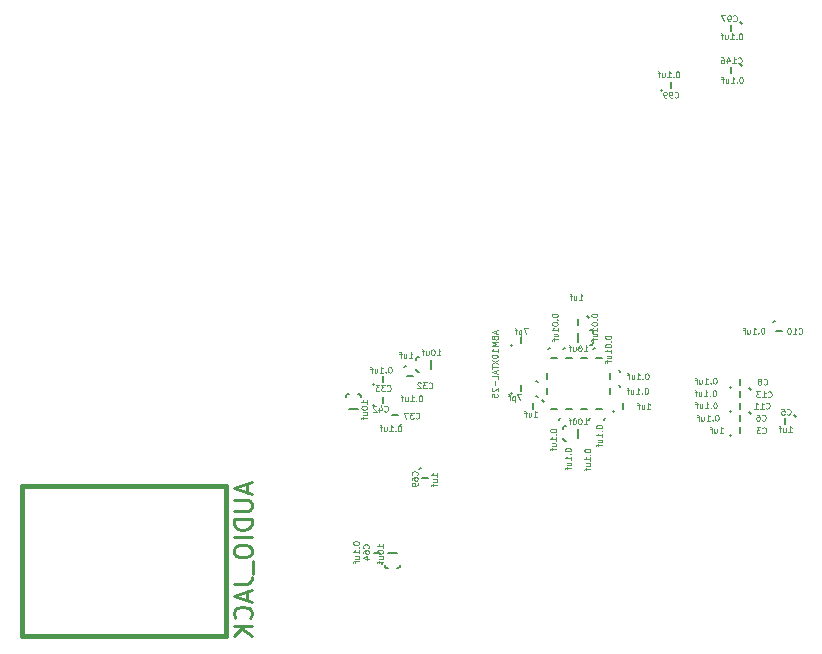
<source format=gbo>
G04 (created by PCBNEW-RS274X (2010-03-14)-final) date Tue 01 Feb 2011 02:56:59 PM EST*
G01*
G70*
G90*
%MOIN*%
G04 Gerber Fmt 3.4, Leading zero omitted, Abs format*
%FSLAX34Y34*%
G04 APERTURE LIST*
%ADD10C,0.001000*%
%ADD11C,0.005000*%
%ADD12C,0.015000*%
%ADD13C,0.003300*%
%ADD14C,0.010000*%
G04 APERTURE END LIST*
G54D10*
G54D11*
X00650Y-15850D02*
X00700Y-15800D01*
X00400Y-15500D02*
X00600Y-15500D01*
X01950Y-12650D02*
X01900Y-12700D01*
X02200Y-13000D02*
X02000Y-13000D01*
X12650Y02150D02*
X12600Y02200D01*
X12300Y01900D02*
X12300Y02100D01*
X09950Y-00050D02*
X10000Y-00100D01*
X10300Y00200D02*
X10300Y00000D01*
X06750Y-08650D02*
X06700Y-08700D01*
X07000Y-09000D02*
X06800Y-09000D01*
X05800Y-09750D02*
X05850Y-09800D01*
X06150Y-09500D02*
X06150Y-09700D01*
X07550Y-07650D02*
X07500Y-07600D01*
X07200Y-07900D02*
X07200Y-07700D01*
X01450Y-09250D02*
X01400Y-09300D01*
X01700Y-09600D02*
X01500Y-09600D01*
X01250Y-11250D02*
X01300Y-11200D01*
X01000Y-10900D02*
X01200Y-10900D01*
X00350Y-09850D02*
X00400Y-09900D01*
X00700Y-09600D02*
X00700Y-09800D01*
X12250Y-09950D02*
X12300Y-10000D01*
X12600Y-09700D02*
X12600Y-09900D01*
X12950Y-10850D02*
X12900Y-10800D01*
X12600Y-11100D02*
X12600Y-10900D01*
X14450Y-10950D02*
X14400Y-10900D01*
X14100Y-11200D02*
X14100Y-11000D01*
X12250Y-11550D02*
X12300Y-11600D01*
X12600Y-11300D02*
X12600Y-11500D01*
X13750Y-07750D02*
X13700Y-07800D01*
X14000Y-08100D02*
X13800Y-08100D01*
X12250Y-10750D02*
X12300Y-10800D01*
X12600Y-10500D02*
X12600Y-10700D01*
X04950Y-10150D02*
X05000Y-10200D01*
X05300Y-09900D02*
X05300Y-10100D01*
X04950Y-08550D02*
X05000Y-08600D01*
X05300Y-08300D02*
X05300Y-08500D01*
X00350Y-10550D02*
X00400Y-10600D01*
X00700Y-10300D02*
X00700Y-10500D01*
X07250Y-08650D02*
X07200Y-08700D01*
X07500Y-09000D02*
X07300Y-09000D01*
X07750Y-08650D02*
X07700Y-08700D01*
X08000Y-09000D02*
X07800Y-09000D01*
X06250Y-08650D02*
X06200Y-08700D01*
X06500Y-09000D02*
X06300Y-09000D01*
X08050Y-11050D02*
X08100Y-11000D01*
X07800Y-10700D02*
X08000Y-10700D01*
X08350Y-10750D02*
X08400Y-10800D01*
X08700Y-10500D02*
X08700Y-10700D01*
X06050Y-10450D02*
X06000Y-10400D01*
X05700Y-10700D02*
X05700Y-10500D01*
X07550Y-11050D02*
X07600Y-11000D01*
X07300Y-10700D02*
X07500Y-10700D01*
X07050Y-11050D02*
X07100Y-11000D01*
X06800Y-10700D02*
X07000Y-10700D01*
X06550Y-11050D02*
X06600Y-11000D01*
X06300Y-10700D02*
X06500Y-10700D01*
X08600Y-09950D02*
X08550Y-09900D01*
X08250Y-10200D02*
X08250Y-10000D01*
X05800Y-10250D02*
X05850Y-10300D01*
X06150Y-10000D02*
X06150Y-10200D01*
X12950Y-10050D02*
X12900Y-10000D01*
X12600Y-10300D02*
X12600Y-10100D01*
X08600Y-09450D02*
X08550Y-09400D01*
X08250Y-09700D02*
X08250Y-09500D01*
X00850Y-16000D02*
X00800Y-16000D01*
X00800Y-16000D02*
X00750Y-15950D01*
X00750Y-15950D02*
X00750Y-15900D01*
X01250Y-15900D02*
X01250Y-15950D01*
X01250Y-15950D02*
X01200Y-16000D01*
X01200Y-16000D02*
X01150Y-16000D01*
X01150Y-15500D02*
X00850Y-15500D01*
X07700Y-08450D02*
X07700Y-08500D01*
X07700Y-08500D02*
X07650Y-08550D01*
X07650Y-08550D02*
X07600Y-08550D01*
X07600Y-08050D02*
X07650Y-08050D01*
X07650Y-08050D02*
X07700Y-08100D01*
X07700Y-08100D02*
X07700Y-08150D01*
X07200Y-08150D02*
X07200Y-08450D01*
X01800Y-09050D02*
X01800Y-09000D01*
X01800Y-09000D02*
X01850Y-08950D01*
X01850Y-08950D02*
X01900Y-08950D01*
X01900Y-09450D02*
X01850Y-09450D01*
X01850Y-09450D02*
X01800Y-09400D01*
X01800Y-09400D02*
X01800Y-09350D01*
X02300Y-09350D02*
X02300Y-09050D01*
X-00150Y-10200D02*
X-00100Y-10200D01*
X-00100Y-10200D02*
X-00050Y-10250D01*
X-00050Y-10250D02*
X-00050Y-10300D01*
X-00550Y-10300D02*
X-00550Y-10250D01*
X-00550Y-10250D02*
X-00500Y-10200D01*
X-00500Y-10200D02*
X-00450Y-10200D01*
X-00450Y-10700D02*
X-00150Y-10700D01*
X06700Y-11350D02*
X06700Y-11300D01*
X06700Y-11300D02*
X06750Y-11250D01*
X06750Y-11250D02*
X06800Y-11250D01*
X06800Y-11750D02*
X06750Y-11750D01*
X06750Y-11750D02*
X06700Y-11700D01*
X06700Y-11700D02*
X06700Y-11650D01*
X07200Y-11650D02*
X07200Y-11350D01*
G54D12*
X-11349Y-15859D02*
X-11349Y-18259D01*
X-11349Y-18259D02*
X-04549Y-18259D01*
X-04549Y-18259D02*
X-04549Y-13259D01*
X-04549Y-13259D02*
X-11349Y-13259D01*
X-11349Y-13259D02*
X-11349Y-15859D01*
G54D11*
X12650Y00750D02*
X12600Y00800D01*
X12300Y00500D02*
X12300Y00700D01*
G54D13*
X00205Y-15325D02*
X00214Y-15315D01*
X00224Y-15287D01*
X00224Y-15268D01*
X00214Y-15239D01*
X00195Y-15220D01*
X00176Y-15211D01*
X00138Y-15201D01*
X00110Y-15201D01*
X00072Y-15211D01*
X00053Y-15220D01*
X00033Y-15239D01*
X00024Y-15268D01*
X00024Y-15287D01*
X00033Y-15315D01*
X00043Y-15325D01*
X00024Y-15496D02*
X00024Y-15458D01*
X00033Y-15439D01*
X00043Y-15430D01*
X00072Y-15411D01*
X00110Y-15401D01*
X00186Y-15401D01*
X00205Y-15411D01*
X00214Y-15420D01*
X00224Y-15439D01*
X00224Y-15477D01*
X00214Y-15496D01*
X00205Y-15506D01*
X00186Y-15515D01*
X00138Y-15515D01*
X00119Y-15506D01*
X00110Y-15496D01*
X00100Y-15477D01*
X00100Y-15439D01*
X00110Y-15420D01*
X00119Y-15411D01*
X00138Y-15401D01*
X00091Y-15686D02*
X00224Y-15686D01*
X00014Y-15639D02*
X00157Y-15591D01*
X00157Y-15715D01*
X-00308Y-15149D02*
X-00308Y-15168D01*
X-00299Y-15187D01*
X-00289Y-15196D01*
X-00270Y-15206D01*
X-00232Y-15215D01*
X-00184Y-15215D01*
X-00146Y-15206D01*
X-00127Y-15196D01*
X-00118Y-15187D01*
X-00108Y-15168D01*
X-00108Y-15149D01*
X-00118Y-15130D01*
X-00127Y-15120D01*
X-00146Y-15111D01*
X-00184Y-15101D01*
X-00232Y-15101D01*
X-00270Y-15111D01*
X-00289Y-15120D01*
X-00299Y-15130D01*
X-00308Y-15149D01*
X-00127Y-15301D02*
X-00118Y-15310D01*
X-00108Y-15301D01*
X-00118Y-15291D01*
X-00127Y-15301D01*
X-00108Y-15301D01*
X-00108Y-15500D02*
X-00108Y-15386D01*
X-00108Y-15443D02*
X-00308Y-15443D01*
X-00279Y-15424D01*
X-00260Y-15405D01*
X-00251Y-15386D01*
X-00241Y-15671D02*
X-00108Y-15671D01*
X-00241Y-15586D02*
X-00137Y-15586D01*
X-00118Y-15595D01*
X-00108Y-15614D01*
X-00108Y-15643D01*
X-00118Y-15662D01*
X-00127Y-15671D01*
X-00241Y-15738D02*
X-00241Y-15814D01*
X-00108Y-15767D02*
X-00279Y-15767D01*
X-00299Y-15776D01*
X-00308Y-15795D01*
X-00308Y-15814D01*
X01826Y-12885D02*
X01835Y-12875D01*
X01845Y-12847D01*
X01845Y-12828D01*
X01835Y-12799D01*
X01816Y-12780D01*
X01797Y-12771D01*
X01759Y-12761D01*
X01731Y-12761D01*
X01693Y-12771D01*
X01674Y-12780D01*
X01654Y-12799D01*
X01645Y-12828D01*
X01645Y-12847D01*
X01654Y-12875D01*
X01664Y-12885D01*
X01645Y-13056D02*
X01645Y-13018D01*
X01654Y-12999D01*
X01664Y-12990D01*
X01693Y-12971D01*
X01731Y-12961D01*
X01807Y-12961D01*
X01826Y-12971D01*
X01835Y-12980D01*
X01845Y-12999D01*
X01845Y-13037D01*
X01835Y-13056D01*
X01826Y-13066D01*
X01807Y-13075D01*
X01759Y-13075D01*
X01740Y-13066D01*
X01731Y-13056D01*
X01721Y-13037D01*
X01721Y-12999D01*
X01731Y-12980D01*
X01740Y-12971D01*
X01759Y-12961D01*
X01845Y-13170D02*
X01845Y-13208D01*
X01835Y-13227D01*
X01826Y-13237D01*
X01797Y-13256D01*
X01759Y-13265D01*
X01683Y-13265D01*
X01664Y-13256D01*
X01654Y-13246D01*
X01645Y-13227D01*
X01645Y-13189D01*
X01654Y-13170D01*
X01664Y-13161D01*
X01683Y-13151D01*
X01731Y-13151D01*
X01750Y-13161D01*
X01759Y-13170D01*
X01769Y-13189D01*
X01769Y-13227D01*
X01759Y-13246D01*
X01750Y-13256D01*
X01731Y-13265D01*
X02492Y-12942D02*
X02492Y-12828D01*
X02492Y-12885D02*
X02292Y-12885D01*
X02321Y-12866D01*
X02340Y-12847D01*
X02349Y-12828D01*
X02359Y-13113D02*
X02492Y-13113D01*
X02359Y-13028D02*
X02463Y-13028D01*
X02482Y-13037D01*
X02492Y-13056D01*
X02492Y-13085D01*
X02482Y-13104D01*
X02473Y-13113D01*
X02359Y-13180D02*
X02359Y-13256D01*
X02492Y-13209D02*
X02321Y-13209D01*
X02301Y-13218D01*
X02292Y-13237D01*
X02292Y-13256D01*
X12362Y02249D02*
X12372Y02240D01*
X12400Y02230D01*
X12419Y02230D01*
X12448Y02240D01*
X12467Y02259D01*
X12476Y02278D01*
X12486Y02316D01*
X12486Y02344D01*
X12476Y02382D01*
X12467Y02401D01*
X12448Y02421D01*
X12419Y02430D01*
X12400Y02430D01*
X12372Y02421D01*
X12362Y02411D01*
X12267Y02230D02*
X12229Y02230D01*
X12210Y02240D01*
X12200Y02249D01*
X12181Y02278D01*
X12172Y02316D01*
X12172Y02392D01*
X12181Y02411D01*
X12191Y02421D01*
X12210Y02430D01*
X12248Y02430D01*
X12267Y02421D01*
X12276Y02411D01*
X12286Y02392D01*
X12286Y02344D01*
X12276Y02325D01*
X12267Y02316D01*
X12248Y02306D01*
X12210Y02306D01*
X12191Y02316D01*
X12181Y02325D01*
X12172Y02344D01*
X12105Y02430D02*
X11972Y02430D01*
X12058Y02230D01*
X12615Y01837D02*
X12596Y01837D01*
X12577Y01828D01*
X12568Y01818D01*
X12558Y01799D01*
X12549Y01761D01*
X12549Y01713D01*
X12558Y01675D01*
X12568Y01656D01*
X12577Y01647D01*
X12596Y01637D01*
X12615Y01637D01*
X12634Y01647D01*
X12644Y01656D01*
X12653Y01675D01*
X12663Y01713D01*
X12663Y01761D01*
X12653Y01799D01*
X12644Y01818D01*
X12634Y01828D01*
X12615Y01837D01*
X12463Y01656D02*
X12454Y01647D01*
X12463Y01637D01*
X12473Y01647D01*
X12463Y01656D01*
X12463Y01637D01*
X12264Y01637D02*
X12378Y01637D01*
X12321Y01637D02*
X12321Y01837D01*
X12340Y01808D01*
X12359Y01789D01*
X12378Y01780D01*
X12093Y01770D02*
X12093Y01637D01*
X12178Y01770D02*
X12178Y01666D01*
X12169Y01647D01*
X12150Y01637D01*
X12121Y01637D01*
X12102Y01647D01*
X12093Y01656D01*
X12026Y01770D02*
X11950Y01770D01*
X11997Y01637D02*
X11997Y01808D01*
X11988Y01828D01*
X11969Y01837D01*
X11950Y01837D01*
X10412Y-00293D02*
X10422Y-00302D01*
X10450Y-00312D01*
X10469Y-00312D01*
X10498Y-00302D01*
X10517Y-00283D01*
X10526Y-00264D01*
X10536Y-00226D01*
X10536Y-00198D01*
X10526Y-00160D01*
X10517Y-00141D01*
X10498Y-00121D01*
X10469Y-00112D01*
X10450Y-00112D01*
X10422Y-00121D01*
X10412Y-00131D01*
X10317Y-00312D02*
X10279Y-00312D01*
X10260Y-00302D01*
X10250Y-00293D01*
X10231Y-00264D01*
X10222Y-00226D01*
X10222Y-00150D01*
X10231Y-00131D01*
X10241Y-00121D01*
X10260Y-00112D01*
X10298Y-00112D01*
X10317Y-00121D01*
X10326Y-00131D01*
X10336Y-00150D01*
X10336Y-00198D01*
X10326Y-00217D01*
X10317Y-00226D01*
X10298Y-00236D01*
X10260Y-00236D01*
X10241Y-00226D01*
X10231Y-00217D01*
X10222Y-00198D01*
X10127Y-00312D02*
X10089Y-00312D01*
X10070Y-00302D01*
X10060Y-00293D01*
X10041Y-00264D01*
X10032Y-00226D01*
X10032Y-00150D01*
X10041Y-00131D01*
X10051Y-00121D01*
X10070Y-00112D01*
X10108Y-00112D01*
X10127Y-00121D01*
X10136Y-00131D01*
X10146Y-00150D01*
X10146Y-00198D01*
X10136Y-00217D01*
X10127Y-00226D01*
X10108Y-00236D01*
X10070Y-00236D01*
X10051Y-00226D01*
X10041Y-00217D01*
X10032Y-00198D01*
X10515Y00569D02*
X10496Y00569D01*
X10477Y00560D01*
X10468Y00550D01*
X10458Y00531D01*
X10449Y00493D01*
X10449Y00445D01*
X10458Y00407D01*
X10468Y00388D01*
X10477Y00379D01*
X10496Y00369D01*
X10515Y00369D01*
X10534Y00379D01*
X10544Y00388D01*
X10553Y00407D01*
X10563Y00445D01*
X10563Y00493D01*
X10553Y00531D01*
X10544Y00550D01*
X10534Y00560D01*
X10515Y00569D01*
X10363Y00388D02*
X10354Y00379D01*
X10363Y00369D01*
X10373Y00379D01*
X10363Y00388D01*
X10363Y00369D01*
X10164Y00369D02*
X10278Y00369D01*
X10221Y00369D02*
X10221Y00569D01*
X10240Y00540D01*
X10259Y00521D01*
X10278Y00512D01*
X09993Y00502D02*
X09993Y00369D01*
X10078Y00502D02*
X10078Y00398D01*
X10069Y00379D01*
X10050Y00369D01*
X10021Y00369D01*
X10002Y00379D01*
X09993Y00388D01*
X09926Y00502D02*
X09850Y00502D01*
X09897Y00369D02*
X09897Y00540D01*
X09888Y00560D01*
X09869Y00569D01*
X09850Y00569D01*
X07223Y-07052D02*
X07337Y-07052D01*
X07280Y-07052D02*
X07280Y-06852D01*
X07299Y-06881D01*
X07318Y-06900D01*
X07337Y-06909D01*
X07052Y-06919D02*
X07052Y-07052D01*
X07137Y-06919D02*
X07137Y-07023D01*
X07128Y-07042D01*
X07109Y-07052D01*
X07080Y-07052D01*
X07061Y-07042D01*
X07052Y-07033D01*
X06985Y-06919D02*
X06909Y-06919D01*
X06956Y-07052D02*
X06956Y-06881D01*
X06947Y-06861D01*
X06928Y-06852D01*
X06909Y-06852D01*
X02214Y-09983D02*
X02224Y-09992D01*
X02252Y-10002D01*
X02271Y-10002D01*
X02300Y-09992D01*
X02319Y-09973D01*
X02328Y-09954D01*
X02338Y-09916D01*
X02338Y-09888D01*
X02328Y-09850D01*
X02319Y-09831D01*
X02300Y-09811D01*
X02271Y-09802D01*
X02252Y-09802D01*
X02224Y-09811D01*
X02214Y-09821D01*
X02147Y-09802D02*
X02024Y-09802D01*
X02090Y-09878D01*
X02062Y-09878D01*
X02043Y-09888D01*
X02033Y-09897D01*
X02024Y-09916D01*
X02024Y-09964D01*
X02033Y-09983D01*
X02043Y-09992D01*
X02062Y-10002D01*
X02119Y-10002D01*
X02138Y-09992D01*
X02147Y-09983D01*
X01948Y-09821D02*
X01938Y-09811D01*
X01919Y-09802D01*
X01872Y-09802D01*
X01853Y-09811D01*
X01843Y-09821D01*
X01834Y-09840D01*
X01834Y-09859D01*
X01843Y-09888D01*
X01957Y-10002D01*
X01834Y-10002D01*
X01551Y-08994D02*
X01665Y-08994D01*
X01608Y-08994D02*
X01608Y-08794D01*
X01627Y-08823D01*
X01646Y-08842D01*
X01665Y-08851D01*
X01380Y-08861D02*
X01380Y-08994D01*
X01465Y-08861D02*
X01465Y-08965D01*
X01456Y-08984D01*
X01437Y-08994D01*
X01408Y-08994D01*
X01389Y-08984D01*
X01380Y-08975D01*
X01313Y-08861D02*
X01237Y-08861D01*
X01284Y-08994D02*
X01284Y-08823D01*
X01275Y-08803D01*
X01256Y-08794D01*
X01237Y-08794D01*
X01775Y-10988D02*
X01785Y-10997D01*
X01813Y-11007D01*
X01832Y-11007D01*
X01861Y-10997D01*
X01880Y-10978D01*
X01889Y-10959D01*
X01899Y-10921D01*
X01899Y-10893D01*
X01889Y-10855D01*
X01880Y-10836D01*
X01861Y-10816D01*
X01832Y-10807D01*
X01813Y-10807D01*
X01785Y-10816D01*
X01775Y-10826D01*
X01708Y-10807D02*
X01585Y-10807D01*
X01651Y-10883D01*
X01623Y-10883D01*
X01604Y-10893D01*
X01594Y-10902D01*
X01585Y-10921D01*
X01585Y-10969D01*
X01594Y-10988D01*
X01604Y-10997D01*
X01623Y-11007D01*
X01680Y-11007D01*
X01699Y-10997D01*
X01708Y-10988D01*
X01518Y-10807D02*
X01385Y-10807D01*
X01471Y-11007D01*
X01251Y-11226D02*
X01232Y-11226D01*
X01213Y-11235D01*
X01204Y-11245D01*
X01194Y-11264D01*
X01185Y-11302D01*
X01185Y-11350D01*
X01194Y-11388D01*
X01204Y-11407D01*
X01213Y-11416D01*
X01232Y-11426D01*
X01251Y-11426D01*
X01270Y-11416D01*
X01280Y-11407D01*
X01289Y-11388D01*
X01299Y-11350D01*
X01299Y-11302D01*
X01289Y-11264D01*
X01280Y-11245D01*
X01270Y-11235D01*
X01251Y-11226D01*
X01099Y-11407D02*
X01090Y-11416D01*
X01099Y-11426D01*
X01109Y-11416D01*
X01099Y-11407D01*
X01099Y-11426D01*
X00900Y-11426D02*
X01014Y-11426D01*
X00957Y-11426D02*
X00957Y-11226D01*
X00976Y-11255D01*
X00995Y-11274D01*
X01014Y-11283D01*
X00729Y-11293D02*
X00729Y-11426D01*
X00814Y-11293D02*
X00814Y-11397D01*
X00805Y-11416D01*
X00786Y-11426D01*
X00757Y-11426D01*
X00738Y-11416D01*
X00729Y-11407D01*
X00662Y-11293D02*
X00586Y-11293D01*
X00633Y-11426D02*
X00633Y-11255D01*
X00624Y-11235D01*
X00605Y-11226D01*
X00586Y-11226D01*
X00822Y-10071D02*
X00832Y-10080D01*
X00860Y-10090D01*
X00879Y-10090D01*
X00908Y-10080D01*
X00927Y-10061D01*
X00936Y-10042D01*
X00946Y-10004D01*
X00946Y-09976D01*
X00936Y-09938D01*
X00927Y-09919D01*
X00908Y-09899D01*
X00879Y-09890D01*
X00860Y-09890D01*
X00832Y-09899D01*
X00822Y-09909D01*
X00755Y-09890D02*
X00632Y-09890D01*
X00698Y-09966D01*
X00670Y-09966D01*
X00651Y-09976D01*
X00641Y-09985D01*
X00632Y-10004D01*
X00632Y-10052D01*
X00641Y-10071D01*
X00651Y-10080D01*
X00670Y-10090D01*
X00727Y-10090D01*
X00746Y-10080D01*
X00755Y-10071D01*
X00565Y-09890D02*
X00442Y-09890D01*
X00508Y-09966D01*
X00480Y-09966D01*
X00461Y-09976D01*
X00451Y-09985D01*
X00442Y-10004D01*
X00442Y-10052D01*
X00451Y-10071D01*
X00461Y-10080D01*
X00480Y-10090D01*
X00537Y-10090D01*
X00556Y-10080D01*
X00565Y-10071D01*
X00929Y-09280D02*
X00910Y-09280D01*
X00891Y-09289D01*
X00882Y-09299D01*
X00872Y-09318D01*
X00863Y-09356D01*
X00863Y-09404D01*
X00872Y-09442D01*
X00882Y-09461D01*
X00891Y-09470D01*
X00910Y-09480D01*
X00929Y-09480D01*
X00948Y-09470D01*
X00958Y-09461D01*
X00967Y-09442D01*
X00977Y-09404D01*
X00977Y-09356D01*
X00967Y-09318D01*
X00958Y-09299D01*
X00948Y-09289D01*
X00929Y-09280D01*
X00777Y-09461D02*
X00768Y-09470D01*
X00777Y-09480D01*
X00787Y-09470D01*
X00777Y-09461D01*
X00777Y-09480D01*
X00578Y-09480D02*
X00692Y-09480D01*
X00635Y-09480D02*
X00635Y-09280D01*
X00654Y-09309D01*
X00673Y-09328D01*
X00692Y-09337D01*
X00407Y-09347D02*
X00407Y-09480D01*
X00492Y-09347D02*
X00492Y-09451D01*
X00483Y-09470D01*
X00464Y-09480D01*
X00435Y-09480D01*
X00416Y-09470D01*
X00407Y-09461D01*
X00340Y-09347D02*
X00264Y-09347D01*
X00311Y-09480D02*
X00311Y-09309D01*
X00302Y-09289D01*
X00283Y-09280D01*
X00264Y-09280D01*
X13374Y-09860D02*
X13384Y-09869D01*
X13412Y-09879D01*
X13431Y-09879D01*
X13460Y-09869D01*
X13479Y-09850D01*
X13488Y-09831D01*
X13498Y-09793D01*
X13498Y-09765D01*
X13488Y-09727D01*
X13479Y-09708D01*
X13460Y-09688D01*
X13431Y-09679D01*
X13412Y-09679D01*
X13384Y-09688D01*
X13374Y-09698D01*
X13260Y-09765D02*
X13279Y-09755D01*
X13288Y-09746D01*
X13298Y-09727D01*
X13298Y-09717D01*
X13288Y-09698D01*
X13279Y-09688D01*
X13260Y-09679D01*
X13222Y-09679D01*
X13203Y-09688D01*
X13193Y-09698D01*
X13184Y-09717D01*
X13184Y-09727D01*
X13193Y-09746D01*
X13203Y-09755D01*
X13222Y-09765D01*
X13260Y-09765D01*
X13279Y-09774D01*
X13288Y-09784D01*
X13298Y-09803D01*
X13298Y-09841D01*
X13288Y-09860D01*
X13279Y-09869D01*
X13260Y-09879D01*
X13222Y-09879D01*
X13203Y-09869D01*
X13193Y-09860D01*
X13184Y-09841D01*
X13184Y-09803D01*
X13193Y-09784D01*
X13203Y-09774D01*
X13222Y-09765D01*
X11760Y-09646D02*
X11741Y-09646D01*
X11722Y-09655D01*
X11713Y-09665D01*
X11703Y-09684D01*
X11694Y-09722D01*
X11694Y-09770D01*
X11703Y-09808D01*
X11713Y-09827D01*
X11722Y-09836D01*
X11741Y-09846D01*
X11760Y-09846D01*
X11779Y-09836D01*
X11789Y-09827D01*
X11798Y-09808D01*
X11808Y-09770D01*
X11808Y-09722D01*
X11798Y-09684D01*
X11789Y-09665D01*
X11779Y-09655D01*
X11760Y-09646D01*
X11608Y-09827D02*
X11599Y-09836D01*
X11608Y-09846D01*
X11618Y-09836D01*
X11608Y-09827D01*
X11608Y-09846D01*
X11409Y-09846D02*
X11523Y-09846D01*
X11466Y-09846D02*
X11466Y-09646D01*
X11485Y-09675D01*
X11504Y-09694D01*
X11523Y-09703D01*
X11238Y-09713D02*
X11238Y-09846D01*
X11323Y-09713D02*
X11323Y-09817D01*
X11314Y-09836D01*
X11295Y-09846D01*
X11266Y-09846D01*
X11247Y-09836D01*
X11238Y-09827D01*
X11171Y-09713D02*
X11095Y-09713D01*
X11142Y-09846D02*
X11142Y-09675D01*
X11133Y-09655D01*
X11114Y-09646D01*
X11095Y-09646D01*
X13324Y-11052D02*
X13334Y-11061D01*
X13362Y-11071D01*
X13381Y-11071D01*
X13410Y-11061D01*
X13429Y-11042D01*
X13438Y-11023D01*
X13448Y-10985D01*
X13448Y-10957D01*
X13438Y-10919D01*
X13429Y-10900D01*
X13410Y-10880D01*
X13381Y-10871D01*
X13362Y-10871D01*
X13334Y-10880D01*
X13324Y-10890D01*
X13153Y-10871D02*
X13191Y-10871D01*
X13210Y-10880D01*
X13219Y-10890D01*
X13238Y-10919D01*
X13248Y-10957D01*
X13248Y-11033D01*
X13238Y-11052D01*
X13229Y-11061D01*
X13210Y-11071D01*
X13172Y-11071D01*
X13153Y-11061D01*
X13143Y-11052D01*
X13134Y-11033D01*
X13134Y-10985D01*
X13143Y-10966D01*
X13153Y-10957D01*
X13172Y-10947D01*
X13210Y-10947D01*
X13229Y-10957D01*
X13238Y-10966D01*
X13248Y-10985D01*
X11828Y-10879D02*
X11809Y-10879D01*
X11790Y-10888D01*
X11781Y-10898D01*
X11771Y-10917D01*
X11762Y-10955D01*
X11762Y-11003D01*
X11771Y-11041D01*
X11781Y-11060D01*
X11790Y-11069D01*
X11809Y-11079D01*
X11828Y-11079D01*
X11847Y-11069D01*
X11857Y-11060D01*
X11866Y-11041D01*
X11876Y-11003D01*
X11876Y-10955D01*
X11866Y-10917D01*
X11857Y-10898D01*
X11847Y-10888D01*
X11828Y-10879D01*
X11676Y-11060D02*
X11667Y-11069D01*
X11676Y-11079D01*
X11686Y-11069D01*
X11676Y-11060D01*
X11676Y-11079D01*
X11477Y-11079D02*
X11591Y-11079D01*
X11534Y-11079D02*
X11534Y-10879D01*
X11553Y-10908D01*
X11572Y-10927D01*
X11591Y-10936D01*
X11306Y-10946D02*
X11306Y-11079D01*
X11391Y-10946D02*
X11391Y-11050D01*
X11382Y-11069D01*
X11363Y-11079D01*
X11334Y-11079D01*
X11315Y-11069D01*
X11306Y-11060D01*
X11239Y-10946D02*
X11163Y-10946D01*
X11210Y-11079D02*
X11210Y-10908D01*
X11201Y-10888D01*
X11182Y-10879D01*
X11163Y-10879D01*
X14151Y-10861D02*
X14161Y-10870D01*
X14189Y-10880D01*
X14208Y-10880D01*
X14237Y-10870D01*
X14256Y-10851D01*
X14265Y-10832D01*
X14275Y-10794D01*
X14275Y-10766D01*
X14265Y-10728D01*
X14256Y-10709D01*
X14237Y-10689D01*
X14208Y-10680D01*
X14189Y-10680D01*
X14161Y-10689D01*
X14151Y-10699D01*
X13970Y-10680D02*
X14065Y-10680D01*
X14075Y-10775D01*
X14065Y-10766D01*
X14046Y-10756D01*
X13999Y-10756D01*
X13980Y-10766D01*
X13970Y-10775D01*
X13961Y-10794D01*
X13961Y-10842D01*
X13970Y-10861D01*
X13980Y-10870D01*
X13999Y-10880D01*
X14046Y-10880D01*
X14065Y-10870D01*
X14075Y-10861D01*
X14204Y-11450D02*
X14318Y-11450D01*
X14261Y-11450D02*
X14261Y-11250D01*
X14280Y-11279D01*
X14299Y-11298D01*
X14318Y-11307D01*
X14033Y-11317D02*
X14033Y-11450D01*
X14118Y-11317D02*
X14118Y-11421D01*
X14109Y-11440D01*
X14090Y-11450D01*
X14061Y-11450D01*
X14042Y-11440D01*
X14033Y-11431D01*
X13966Y-11317D02*
X13890Y-11317D01*
X13937Y-11450D02*
X13937Y-11279D01*
X13928Y-11259D01*
X13909Y-11250D01*
X13890Y-11250D01*
X13337Y-11476D02*
X13347Y-11485D01*
X13375Y-11495D01*
X13394Y-11495D01*
X13423Y-11485D01*
X13442Y-11466D01*
X13451Y-11447D01*
X13461Y-11409D01*
X13461Y-11381D01*
X13451Y-11343D01*
X13442Y-11324D01*
X13423Y-11304D01*
X13394Y-11295D01*
X13375Y-11295D01*
X13347Y-11304D01*
X13337Y-11314D01*
X13270Y-11295D02*
X13147Y-11295D01*
X13213Y-11371D01*
X13185Y-11371D01*
X13166Y-11381D01*
X13156Y-11390D01*
X13147Y-11409D01*
X13147Y-11457D01*
X13156Y-11476D01*
X13166Y-11485D01*
X13185Y-11495D01*
X13242Y-11495D01*
X13261Y-11485D01*
X13270Y-11476D01*
X11910Y-11479D02*
X12024Y-11479D01*
X11967Y-11479D02*
X11967Y-11279D01*
X11986Y-11308D01*
X12005Y-11327D01*
X12024Y-11336D01*
X11739Y-11346D02*
X11739Y-11479D01*
X11824Y-11346D02*
X11824Y-11450D01*
X11815Y-11469D01*
X11796Y-11479D01*
X11767Y-11479D01*
X11748Y-11469D01*
X11739Y-11460D01*
X11672Y-11346D02*
X11596Y-11346D01*
X11643Y-11479D02*
X11643Y-11308D01*
X11634Y-11288D01*
X11615Y-11279D01*
X11596Y-11279D01*
X14546Y-08168D02*
X14556Y-08177D01*
X14584Y-08187D01*
X14603Y-08187D01*
X14632Y-08177D01*
X14651Y-08158D01*
X14660Y-08139D01*
X14670Y-08101D01*
X14670Y-08073D01*
X14660Y-08035D01*
X14651Y-08016D01*
X14632Y-07996D01*
X14603Y-07987D01*
X14584Y-07987D01*
X14556Y-07996D01*
X14546Y-08006D01*
X14356Y-08187D02*
X14470Y-08187D01*
X14413Y-08187D02*
X14413Y-07987D01*
X14432Y-08016D01*
X14451Y-08035D01*
X14470Y-08044D01*
X14232Y-07987D02*
X14213Y-07987D01*
X14194Y-07996D01*
X14185Y-08006D01*
X14175Y-08025D01*
X14166Y-08063D01*
X14166Y-08111D01*
X14175Y-08149D01*
X14185Y-08168D01*
X14194Y-08177D01*
X14213Y-08187D01*
X14232Y-08187D01*
X14251Y-08177D01*
X14261Y-08168D01*
X14270Y-08149D01*
X14280Y-08111D01*
X14280Y-08063D01*
X14270Y-08025D01*
X14261Y-08006D01*
X14251Y-07996D01*
X14232Y-07987D01*
X13358Y-07971D02*
X13339Y-07971D01*
X13320Y-07980D01*
X13311Y-07990D01*
X13301Y-08009D01*
X13292Y-08047D01*
X13292Y-08095D01*
X13301Y-08133D01*
X13311Y-08152D01*
X13320Y-08161D01*
X13339Y-08171D01*
X13358Y-08171D01*
X13377Y-08161D01*
X13387Y-08152D01*
X13396Y-08133D01*
X13406Y-08095D01*
X13406Y-08047D01*
X13396Y-08009D01*
X13387Y-07990D01*
X13377Y-07980D01*
X13358Y-07971D01*
X13206Y-08152D02*
X13197Y-08161D01*
X13206Y-08171D01*
X13216Y-08161D01*
X13206Y-08152D01*
X13206Y-08171D01*
X13007Y-08171D02*
X13121Y-08171D01*
X13064Y-08171D02*
X13064Y-07971D01*
X13083Y-08000D01*
X13102Y-08019D01*
X13121Y-08028D01*
X12836Y-08038D02*
X12836Y-08171D01*
X12921Y-08038D02*
X12921Y-08142D01*
X12912Y-08161D01*
X12893Y-08171D01*
X12864Y-08171D01*
X12845Y-08161D01*
X12836Y-08152D01*
X12769Y-08038D02*
X12693Y-08038D01*
X12740Y-08171D02*
X12740Y-08000D01*
X12731Y-07980D01*
X12712Y-07971D01*
X12693Y-07971D01*
X13449Y-10652D02*
X13459Y-10661D01*
X13487Y-10671D01*
X13506Y-10671D01*
X13535Y-10661D01*
X13554Y-10642D01*
X13563Y-10623D01*
X13573Y-10585D01*
X13573Y-10557D01*
X13563Y-10519D01*
X13554Y-10500D01*
X13535Y-10480D01*
X13506Y-10471D01*
X13487Y-10471D01*
X13459Y-10480D01*
X13449Y-10490D01*
X13259Y-10671D02*
X13373Y-10671D01*
X13316Y-10671D02*
X13316Y-10471D01*
X13335Y-10500D01*
X13354Y-10519D01*
X13373Y-10528D01*
X13069Y-10671D02*
X13183Y-10671D01*
X13126Y-10671D02*
X13126Y-10471D01*
X13145Y-10500D01*
X13164Y-10519D01*
X13183Y-10528D01*
X11768Y-10467D02*
X11749Y-10467D01*
X11730Y-10476D01*
X11721Y-10486D01*
X11711Y-10505D01*
X11702Y-10543D01*
X11702Y-10591D01*
X11711Y-10629D01*
X11721Y-10648D01*
X11730Y-10657D01*
X11749Y-10667D01*
X11768Y-10667D01*
X11787Y-10657D01*
X11797Y-10648D01*
X11806Y-10629D01*
X11816Y-10591D01*
X11816Y-10543D01*
X11806Y-10505D01*
X11797Y-10486D01*
X11787Y-10476D01*
X11768Y-10467D01*
X11616Y-10648D02*
X11607Y-10657D01*
X11616Y-10667D01*
X11626Y-10657D01*
X11616Y-10648D01*
X11616Y-10667D01*
X11417Y-10667D02*
X11531Y-10667D01*
X11474Y-10667D02*
X11474Y-10467D01*
X11493Y-10496D01*
X11512Y-10515D01*
X11531Y-10524D01*
X11246Y-10534D02*
X11246Y-10667D01*
X11331Y-10534D02*
X11331Y-10638D01*
X11322Y-10657D01*
X11303Y-10667D01*
X11274Y-10667D01*
X11255Y-10657D01*
X11246Y-10648D01*
X11179Y-10534D02*
X11103Y-10534D01*
X11150Y-10667D02*
X11150Y-10496D01*
X11141Y-10476D01*
X11122Y-10467D01*
X11103Y-10467D01*
X05298Y-10197D02*
X05165Y-10197D01*
X05251Y-10397D01*
X05089Y-10264D02*
X05089Y-10464D01*
X05089Y-10273D02*
X05070Y-10264D01*
X05032Y-10264D01*
X05013Y-10273D01*
X05004Y-10283D01*
X04994Y-10302D01*
X04994Y-10359D01*
X05004Y-10378D01*
X05013Y-10387D01*
X05032Y-10397D01*
X05070Y-10397D01*
X05089Y-10387D01*
X04937Y-10264D02*
X04861Y-10264D01*
X04908Y-10397D02*
X04908Y-10226D01*
X04899Y-10206D01*
X04880Y-10197D01*
X04861Y-10197D01*
X05515Y-07996D02*
X05382Y-07996D01*
X05468Y-08196D01*
X05306Y-08063D02*
X05306Y-08263D01*
X05306Y-08072D02*
X05287Y-08063D01*
X05249Y-08063D01*
X05230Y-08072D01*
X05221Y-08082D01*
X05211Y-08101D01*
X05211Y-08158D01*
X05221Y-08177D01*
X05230Y-08186D01*
X05249Y-08196D01*
X05287Y-08196D01*
X05306Y-08186D01*
X05154Y-08063D02*
X05078Y-08063D01*
X05125Y-08196D02*
X05125Y-08025D01*
X05116Y-08005D01*
X05097Y-07996D01*
X05078Y-07996D01*
X00734Y-10755D02*
X00744Y-10764D01*
X00772Y-10774D01*
X00791Y-10774D01*
X00820Y-10764D01*
X00839Y-10745D01*
X00848Y-10726D01*
X00858Y-10688D01*
X00858Y-10660D01*
X00848Y-10622D01*
X00839Y-10603D01*
X00820Y-10583D01*
X00791Y-10574D01*
X00772Y-10574D01*
X00744Y-10583D01*
X00734Y-10593D01*
X00563Y-10641D02*
X00563Y-10774D01*
X00610Y-10564D02*
X00658Y-10707D01*
X00534Y-10707D01*
X00468Y-10593D02*
X00458Y-10583D01*
X00439Y-10574D01*
X00392Y-10574D01*
X00373Y-10583D01*
X00363Y-10593D01*
X00354Y-10612D01*
X00354Y-10631D01*
X00363Y-10660D01*
X00477Y-10774D01*
X00354Y-10774D01*
X01945Y-10234D02*
X01926Y-10234D01*
X01907Y-10243D01*
X01898Y-10253D01*
X01888Y-10272D01*
X01879Y-10310D01*
X01879Y-10358D01*
X01888Y-10396D01*
X01898Y-10415D01*
X01907Y-10424D01*
X01926Y-10434D01*
X01945Y-10434D01*
X01964Y-10424D01*
X01974Y-10415D01*
X01983Y-10396D01*
X01993Y-10358D01*
X01993Y-10310D01*
X01983Y-10272D01*
X01974Y-10253D01*
X01964Y-10243D01*
X01945Y-10234D01*
X01793Y-10415D02*
X01784Y-10424D01*
X01793Y-10434D01*
X01803Y-10424D01*
X01793Y-10415D01*
X01793Y-10434D01*
X01594Y-10434D02*
X01708Y-10434D01*
X01651Y-10434D02*
X01651Y-10234D01*
X01670Y-10263D01*
X01689Y-10282D01*
X01708Y-10291D01*
X01423Y-10301D02*
X01423Y-10434D01*
X01508Y-10301D02*
X01508Y-10405D01*
X01499Y-10424D01*
X01480Y-10434D01*
X01451Y-10434D01*
X01432Y-10424D01*
X01423Y-10415D01*
X01356Y-10301D02*
X01280Y-10301D01*
X01327Y-10434D02*
X01327Y-10263D01*
X01318Y-10243D01*
X01299Y-10234D01*
X01280Y-10234D01*
X07638Y-07556D02*
X07638Y-07575D01*
X07647Y-07594D01*
X07657Y-07603D01*
X07676Y-07613D01*
X07714Y-07622D01*
X07762Y-07622D01*
X07800Y-07613D01*
X07819Y-07603D01*
X07828Y-07594D01*
X07838Y-07575D01*
X07838Y-07556D01*
X07828Y-07537D01*
X07819Y-07527D01*
X07800Y-07518D01*
X07762Y-07508D01*
X07714Y-07508D01*
X07676Y-07518D01*
X07657Y-07527D01*
X07647Y-07537D01*
X07638Y-07556D01*
X07819Y-07708D02*
X07828Y-07717D01*
X07838Y-07708D01*
X07828Y-07698D01*
X07819Y-07708D01*
X07838Y-07708D01*
X07638Y-07841D02*
X07638Y-07860D01*
X07647Y-07879D01*
X07657Y-07888D01*
X07676Y-07898D01*
X07714Y-07907D01*
X07762Y-07907D01*
X07800Y-07898D01*
X07819Y-07888D01*
X07828Y-07879D01*
X07838Y-07860D01*
X07838Y-07841D01*
X07828Y-07822D01*
X07819Y-07812D01*
X07800Y-07803D01*
X07762Y-07793D01*
X07714Y-07793D01*
X07676Y-07803D01*
X07657Y-07812D01*
X07647Y-07822D01*
X07638Y-07841D01*
X07838Y-08097D02*
X07838Y-07983D01*
X07838Y-08040D02*
X07638Y-08040D01*
X07667Y-08021D01*
X07686Y-08002D01*
X07695Y-07983D01*
X07705Y-08268D02*
X07838Y-08268D01*
X07705Y-08183D02*
X07809Y-08183D01*
X07828Y-08192D01*
X07838Y-08211D01*
X07838Y-08240D01*
X07828Y-08259D01*
X07819Y-08268D01*
X07705Y-08335D02*
X07705Y-08411D01*
X07838Y-08364D02*
X07667Y-08364D01*
X07647Y-08373D01*
X07638Y-08392D01*
X07638Y-08411D01*
X08094Y-08286D02*
X08094Y-08305D01*
X08103Y-08324D01*
X08113Y-08333D01*
X08132Y-08343D01*
X08170Y-08352D01*
X08218Y-08352D01*
X08256Y-08343D01*
X08275Y-08333D01*
X08284Y-08324D01*
X08294Y-08305D01*
X08294Y-08286D01*
X08284Y-08267D01*
X08275Y-08257D01*
X08256Y-08248D01*
X08218Y-08238D01*
X08170Y-08238D01*
X08132Y-08248D01*
X08113Y-08257D01*
X08103Y-08267D01*
X08094Y-08286D01*
X08275Y-08438D02*
X08284Y-08447D01*
X08294Y-08438D01*
X08284Y-08428D01*
X08275Y-08438D01*
X08294Y-08438D01*
X08094Y-08571D02*
X08094Y-08590D01*
X08103Y-08609D01*
X08113Y-08618D01*
X08132Y-08628D01*
X08170Y-08637D01*
X08218Y-08637D01*
X08256Y-08628D01*
X08275Y-08618D01*
X08284Y-08609D01*
X08294Y-08590D01*
X08294Y-08571D01*
X08284Y-08552D01*
X08275Y-08542D01*
X08256Y-08533D01*
X08218Y-08523D01*
X08170Y-08523D01*
X08132Y-08533D01*
X08113Y-08542D01*
X08103Y-08552D01*
X08094Y-08571D01*
X08294Y-08827D02*
X08294Y-08713D01*
X08294Y-08770D02*
X08094Y-08770D01*
X08123Y-08751D01*
X08142Y-08732D01*
X08151Y-08713D01*
X08161Y-08998D02*
X08294Y-08998D01*
X08161Y-08913D02*
X08265Y-08913D01*
X08284Y-08922D01*
X08294Y-08941D01*
X08294Y-08970D01*
X08284Y-08989D01*
X08275Y-08998D01*
X08161Y-09065D02*
X08161Y-09141D01*
X08294Y-09094D02*
X08123Y-09094D01*
X08103Y-09103D01*
X08094Y-09122D01*
X08094Y-09141D01*
X06316Y-07556D02*
X06316Y-07575D01*
X06325Y-07594D01*
X06335Y-07603D01*
X06354Y-07613D01*
X06392Y-07622D01*
X06440Y-07622D01*
X06478Y-07613D01*
X06497Y-07603D01*
X06506Y-07594D01*
X06516Y-07575D01*
X06516Y-07556D01*
X06506Y-07537D01*
X06497Y-07527D01*
X06478Y-07518D01*
X06440Y-07508D01*
X06392Y-07508D01*
X06354Y-07518D01*
X06335Y-07527D01*
X06325Y-07537D01*
X06316Y-07556D01*
X06497Y-07708D02*
X06506Y-07717D01*
X06516Y-07708D01*
X06506Y-07698D01*
X06497Y-07708D01*
X06516Y-07708D01*
X06316Y-07841D02*
X06316Y-07860D01*
X06325Y-07879D01*
X06335Y-07888D01*
X06354Y-07898D01*
X06392Y-07907D01*
X06440Y-07907D01*
X06478Y-07898D01*
X06497Y-07888D01*
X06506Y-07879D01*
X06516Y-07860D01*
X06516Y-07841D01*
X06506Y-07822D01*
X06497Y-07812D01*
X06478Y-07803D01*
X06440Y-07793D01*
X06392Y-07793D01*
X06354Y-07803D01*
X06335Y-07812D01*
X06325Y-07822D01*
X06316Y-07841D01*
X06516Y-08097D02*
X06516Y-07983D01*
X06516Y-08040D02*
X06316Y-08040D01*
X06345Y-08021D01*
X06364Y-08002D01*
X06373Y-07983D01*
X06383Y-08268D02*
X06516Y-08268D01*
X06383Y-08183D02*
X06487Y-08183D01*
X06506Y-08192D01*
X06516Y-08211D01*
X06516Y-08240D01*
X06506Y-08259D01*
X06497Y-08268D01*
X06383Y-08335D02*
X06383Y-08411D01*
X06516Y-08364D02*
X06345Y-08364D01*
X06325Y-08373D01*
X06316Y-08392D01*
X06316Y-08411D01*
X07795Y-11270D02*
X07795Y-11289D01*
X07804Y-11308D01*
X07814Y-11317D01*
X07833Y-11327D01*
X07871Y-11336D01*
X07919Y-11336D01*
X07957Y-11327D01*
X07976Y-11317D01*
X07985Y-11308D01*
X07995Y-11289D01*
X07995Y-11270D01*
X07985Y-11251D01*
X07976Y-11241D01*
X07957Y-11232D01*
X07919Y-11222D01*
X07871Y-11222D01*
X07833Y-11232D01*
X07814Y-11241D01*
X07804Y-11251D01*
X07795Y-11270D01*
X07976Y-11422D02*
X07985Y-11431D01*
X07995Y-11422D01*
X07985Y-11412D01*
X07976Y-11422D01*
X07995Y-11422D01*
X07995Y-11621D02*
X07995Y-11507D01*
X07995Y-11564D02*
X07795Y-11564D01*
X07824Y-11545D01*
X07843Y-11526D01*
X07852Y-11507D01*
X07862Y-11792D02*
X07995Y-11792D01*
X07862Y-11707D02*
X07966Y-11707D01*
X07985Y-11716D01*
X07995Y-11735D01*
X07995Y-11764D01*
X07985Y-11783D01*
X07976Y-11792D01*
X07862Y-11859D02*
X07862Y-11935D01*
X07995Y-11888D02*
X07824Y-11888D01*
X07804Y-11897D01*
X07795Y-11916D01*
X07795Y-11935D01*
X09482Y-10683D02*
X09596Y-10683D01*
X09539Y-10683D02*
X09539Y-10483D01*
X09558Y-10512D01*
X09577Y-10531D01*
X09596Y-10540D01*
X09311Y-10550D02*
X09311Y-10683D01*
X09396Y-10550D02*
X09396Y-10654D01*
X09387Y-10673D01*
X09368Y-10683D01*
X09339Y-10683D01*
X09320Y-10673D01*
X09311Y-10664D01*
X09244Y-10550D02*
X09168Y-10550D01*
X09215Y-10683D02*
X09215Y-10512D01*
X09206Y-10492D01*
X09187Y-10483D01*
X09168Y-10483D01*
X05711Y-10946D02*
X05825Y-10946D01*
X05768Y-10946D02*
X05768Y-10746D01*
X05787Y-10775D01*
X05806Y-10794D01*
X05825Y-10803D01*
X05540Y-10813D02*
X05540Y-10946D01*
X05625Y-10813D02*
X05625Y-10917D01*
X05616Y-10936D01*
X05597Y-10946D01*
X05568Y-10946D01*
X05549Y-10936D01*
X05540Y-10927D01*
X05473Y-10813D02*
X05397Y-10813D01*
X05444Y-10946D02*
X05444Y-10775D01*
X05435Y-10755D01*
X05416Y-10746D01*
X05397Y-10746D01*
X07404Y-12065D02*
X07404Y-12084D01*
X07413Y-12103D01*
X07423Y-12112D01*
X07442Y-12122D01*
X07480Y-12131D01*
X07528Y-12131D01*
X07566Y-12122D01*
X07585Y-12112D01*
X07594Y-12103D01*
X07604Y-12084D01*
X07604Y-12065D01*
X07594Y-12046D01*
X07585Y-12036D01*
X07566Y-12027D01*
X07528Y-12017D01*
X07480Y-12017D01*
X07442Y-12027D01*
X07423Y-12036D01*
X07413Y-12046D01*
X07404Y-12065D01*
X07585Y-12217D02*
X07594Y-12226D01*
X07604Y-12217D01*
X07594Y-12207D01*
X07585Y-12217D01*
X07604Y-12217D01*
X07604Y-12416D02*
X07604Y-12302D01*
X07604Y-12359D02*
X07404Y-12359D01*
X07433Y-12340D01*
X07452Y-12321D01*
X07461Y-12302D01*
X07471Y-12587D02*
X07604Y-12587D01*
X07471Y-12502D02*
X07575Y-12502D01*
X07594Y-12511D01*
X07604Y-12530D01*
X07604Y-12559D01*
X07594Y-12578D01*
X07585Y-12587D01*
X07471Y-12654D02*
X07471Y-12730D01*
X07604Y-12683D02*
X07433Y-12683D01*
X07413Y-12692D01*
X07404Y-12711D01*
X07404Y-12730D01*
X06754Y-12036D02*
X06754Y-12055D01*
X06763Y-12074D01*
X06773Y-12083D01*
X06792Y-12093D01*
X06830Y-12102D01*
X06878Y-12102D01*
X06916Y-12093D01*
X06935Y-12083D01*
X06944Y-12074D01*
X06954Y-12055D01*
X06954Y-12036D01*
X06944Y-12017D01*
X06935Y-12007D01*
X06916Y-11998D01*
X06878Y-11988D01*
X06830Y-11988D01*
X06792Y-11998D01*
X06773Y-12007D01*
X06763Y-12017D01*
X06754Y-12036D01*
X06935Y-12188D02*
X06944Y-12197D01*
X06954Y-12188D01*
X06944Y-12178D01*
X06935Y-12188D01*
X06954Y-12188D01*
X06954Y-12387D02*
X06954Y-12273D01*
X06954Y-12330D02*
X06754Y-12330D01*
X06783Y-12311D01*
X06802Y-12292D01*
X06811Y-12273D01*
X06821Y-12558D02*
X06954Y-12558D01*
X06821Y-12473D02*
X06925Y-12473D01*
X06944Y-12482D01*
X06954Y-12501D01*
X06954Y-12530D01*
X06944Y-12549D01*
X06935Y-12558D01*
X06821Y-12625D02*
X06821Y-12701D01*
X06954Y-12654D02*
X06783Y-12654D01*
X06763Y-12663D01*
X06754Y-12682D01*
X06754Y-12701D01*
X06263Y-11395D02*
X06263Y-11414D01*
X06272Y-11433D01*
X06282Y-11442D01*
X06301Y-11452D01*
X06339Y-11461D01*
X06387Y-11461D01*
X06425Y-11452D01*
X06444Y-11442D01*
X06453Y-11433D01*
X06463Y-11414D01*
X06463Y-11395D01*
X06453Y-11376D01*
X06444Y-11366D01*
X06425Y-11357D01*
X06387Y-11347D01*
X06339Y-11347D01*
X06301Y-11357D01*
X06282Y-11366D01*
X06272Y-11376D01*
X06263Y-11395D01*
X06444Y-11547D02*
X06453Y-11556D01*
X06463Y-11547D01*
X06453Y-11537D01*
X06444Y-11547D01*
X06463Y-11547D01*
X06463Y-11746D02*
X06463Y-11632D01*
X06463Y-11689D02*
X06263Y-11689D01*
X06292Y-11670D01*
X06311Y-11651D01*
X06320Y-11632D01*
X06330Y-11917D02*
X06463Y-11917D01*
X06330Y-11832D02*
X06434Y-11832D01*
X06453Y-11841D01*
X06463Y-11860D01*
X06463Y-11889D01*
X06453Y-11908D01*
X06444Y-11917D01*
X06330Y-11984D02*
X06330Y-12060D01*
X06463Y-12013D02*
X06292Y-12013D01*
X06272Y-12022D01*
X06263Y-12041D01*
X06263Y-12060D01*
X09474Y-09983D02*
X09455Y-09983D01*
X09436Y-09992D01*
X09427Y-10002D01*
X09417Y-10021D01*
X09408Y-10059D01*
X09408Y-10107D01*
X09417Y-10145D01*
X09427Y-10164D01*
X09436Y-10173D01*
X09455Y-10183D01*
X09474Y-10183D01*
X09493Y-10173D01*
X09503Y-10164D01*
X09512Y-10145D01*
X09522Y-10107D01*
X09522Y-10059D01*
X09512Y-10021D01*
X09503Y-10002D01*
X09493Y-09992D01*
X09474Y-09983D01*
X09322Y-10164D02*
X09313Y-10173D01*
X09322Y-10183D01*
X09332Y-10173D01*
X09322Y-10164D01*
X09322Y-10183D01*
X09123Y-10183D02*
X09237Y-10183D01*
X09180Y-10183D02*
X09180Y-09983D01*
X09199Y-10012D01*
X09218Y-10031D01*
X09237Y-10040D01*
X08952Y-10050D02*
X08952Y-10183D01*
X09037Y-10050D02*
X09037Y-10154D01*
X09028Y-10173D01*
X09009Y-10183D01*
X08980Y-10183D01*
X08961Y-10173D01*
X08952Y-10164D01*
X08885Y-10050D02*
X08809Y-10050D01*
X08856Y-10183D02*
X08856Y-10012D01*
X08847Y-09992D01*
X08828Y-09983D01*
X08809Y-09983D01*
X13516Y-10280D02*
X13526Y-10289D01*
X13554Y-10299D01*
X13573Y-10299D01*
X13602Y-10289D01*
X13621Y-10270D01*
X13630Y-10251D01*
X13640Y-10213D01*
X13640Y-10185D01*
X13630Y-10147D01*
X13621Y-10128D01*
X13602Y-10108D01*
X13573Y-10099D01*
X13554Y-10099D01*
X13526Y-10108D01*
X13516Y-10118D01*
X13326Y-10299D02*
X13440Y-10299D01*
X13383Y-10299D02*
X13383Y-10099D01*
X13402Y-10128D01*
X13421Y-10147D01*
X13440Y-10156D01*
X13259Y-10099D02*
X13136Y-10099D01*
X13202Y-10175D01*
X13174Y-10175D01*
X13155Y-10185D01*
X13145Y-10194D01*
X13136Y-10213D01*
X13136Y-10261D01*
X13145Y-10280D01*
X13155Y-10289D01*
X13174Y-10299D01*
X13231Y-10299D01*
X13250Y-10289D01*
X13259Y-10280D01*
X11743Y-10063D02*
X11724Y-10063D01*
X11705Y-10072D01*
X11696Y-10082D01*
X11686Y-10101D01*
X11677Y-10139D01*
X11677Y-10187D01*
X11686Y-10225D01*
X11696Y-10244D01*
X11705Y-10253D01*
X11724Y-10263D01*
X11743Y-10263D01*
X11762Y-10253D01*
X11772Y-10244D01*
X11781Y-10225D01*
X11791Y-10187D01*
X11791Y-10139D01*
X11781Y-10101D01*
X11772Y-10082D01*
X11762Y-10072D01*
X11743Y-10063D01*
X11591Y-10244D02*
X11582Y-10253D01*
X11591Y-10263D01*
X11601Y-10253D01*
X11591Y-10244D01*
X11591Y-10263D01*
X11392Y-10263D02*
X11506Y-10263D01*
X11449Y-10263D02*
X11449Y-10063D01*
X11468Y-10092D01*
X11487Y-10111D01*
X11506Y-10120D01*
X11221Y-10130D02*
X11221Y-10263D01*
X11306Y-10130D02*
X11306Y-10234D01*
X11297Y-10253D01*
X11278Y-10263D01*
X11249Y-10263D01*
X11230Y-10253D01*
X11221Y-10244D01*
X11154Y-10130D02*
X11078Y-10130D01*
X11125Y-10263D02*
X11125Y-10092D01*
X11116Y-10072D01*
X11097Y-10063D01*
X11078Y-10063D01*
X09495Y-09499D02*
X09476Y-09499D01*
X09457Y-09508D01*
X09448Y-09518D01*
X09438Y-09537D01*
X09429Y-09575D01*
X09429Y-09623D01*
X09438Y-09661D01*
X09448Y-09680D01*
X09457Y-09689D01*
X09476Y-09699D01*
X09495Y-09699D01*
X09514Y-09689D01*
X09524Y-09680D01*
X09533Y-09661D01*
X09543Y-09623D01*
X09543Y-09575D01*
X09533Y-09537D01*
X09524Y-09518D01*
X09514Y-09508D01*
X09495Y-09499D01*
X09343Y-09680D02*
X09334Y-09689D01*
X09343Y-09699D01*
X09353Y-09689D01*
X09343Y-09680D01*
X09343Y-09699D01*
X09144Y-09699D02*
X09258Y-09699D01*
X09201Y-09699D02*
X09201Y-09499D01*
X09220Y-09528D01*
X09239Y-09547D01*
X09258Y-09556D01*
X08973Y-09566D02*
X08973Y-09699D01*
X09058Y-09566D02*
X09058Y-09670D01*
X09049Y-09689D01*
X09030Y-09699D01*
X09001Y-09699D01*
X08982Y-09689D01*
X08973Y-09680D01*
X08906Y-09566D02*
X08830Y-09566D01*
X08877Y-09699D02*
X08877Y-09528D01*
X08868Y-09508D01*
X08849Y-09499D01*
X08830Y-09499D01*
X00696Y-15315D02*
X00696Y-15201D01*
X00696Y-15258D02*
X00496Y-15258D01*
X00525Y-15239D01*
X00544Y-15220D01*
X00553Y-15201D01*
X00496Y-15439D02*
X00496Y-15458D01*
X00505Y-15477D01*
X00515Y-15486D01*
X00534Y-15496D01*
X00572Y-15505D01*
X00620Y-15505D01*
X00658Y-15496D01*
X00677Y-15486D01*
X00686Y-15477D01*
X00696Y-15458D01*
X00696Y-15439D01*
X00686Y-15420D01*
X00677Y-15410D01*
X00658Y-15401D01*
X00620Y-15391D01*
X00572Y-15391D01*
X00534Y-15401D01*
X00515Y-15410D01*
X00505Y-15420D01*
X00496Y-15439D01*
X00563Y-15676D02*
X00696Y-15676D01*
X00563Y-15591D02*
X00667Y-15591D01*
X00686Y-15600D01*
X00696Y-15619D01*
X00696Y-15648D01*
X00686Y-15667D01*
X00677Y-15676D01*
X00563Y-15743D02*
X00563Y-15819D01*
X00696Y-15772D02*
X00525Y-15772D01*
X00505Y-15781D01*
X00496Y-15800D01*
X00496Y-15819D01*
X07385Y-08766D02*
X07499Y-08766D01*
X07442Y-08766D02*
X07442Y-08566D01*
X07461Y-08595D01*
X07480Y-08614D01*
X07499Y-08623D01*
X07261Y-08566D02*
X07242Y-08566D01*
X07223Y-08575D01*
X07214Y-08585D01*
X07204Y-08604D01*
X07195Y-08642D01*
X07195Y-08690D01*
X07204Y-08728D01*
X07214Y-08747D01*
X07223Y-08756D01*
X07242Y-08766D01*
X07261Y-08766D01*
X07280Y-08756D01*
X07290Y-08747D01*
X07299Y-08728D01*
X07309Y-08690D01*
X07309Y-08642D01*
X07299Y-08604D01*
X07290Y-08585D01*
X07280Y-08575D01*
X07261Y-08566D01*
X07024Y-08633D02*
X07024Y-08766D01*
X07109Y-08633D02*
X07109Y-08737D01*
X07100Y-08756D01*
X07081Y-08766D01*
X07052Y-08766D01*
X07033Y-08756D01*
X07024Y-08747D01*
X06957Y-08633D02*
X06881Y-08633D01*
X06928Y-08766D02*
X06928Y-08595D01*
X06919Y-08575D01*
X06900Y-08566D01*
X06881Y-08566D01*
X02485Y-08896D02*
X02599Y-08896D01*
X02542Y-08896D02*
X02542Y-08696D01*
X02561Y-08725D01*
X02580Y-08744D01*
X02599Y-08753D01*
X02361Y-08696D02*
X02342Y-08696D01*
X02323Y-08705D01*
X02314Y-08715D01*
X02304Y-08734D01*
X02295Y-08772D01*
X02295Y-08820D01*
X02304Y-08858D01*
X02314Y-08877D01*
X02323Y-08886D01*
X02342Y-08896D01*
X02361Y-08896D01*
X02380Y-08886D01*
X02390Y-08877D01*
X02399Y-08858D01*
X02409Y-08820D01*
X02409Y-08772D01*
X02399Y-08734D01*
X02390Y-08715D01*
X02380Y-08705D01*
X02361Y-08696D01*
X02124Y-08763D02*
X02124Y-08896D01*
X02209Y-08763D02*
X02209Y-08867D01*
X02200Y-08886D01*
X02181Y-08896D01*
X02152Y-08896D01*
X02133Y-08886D01*
X02124Y-08877D01*
X02057Y-08763D02*
X01981Y-08763D01*
X02028Y-08896D02*
X02028Y-08725D01*
X02019Y-08705D01*
X02000Y-08696D01*
X01981Y-08696D01*
X00166Y-10515D02*
X00166Y-10401D01*
X00166Y-10458D02*
X-00034Y-10458D01*
X-00005Y-10439D01*
X00014Y-10420D01*
X00023Y-10401D01*
X-00034Y-10639D02*
X-00034Y-10658D01*
X-00025Y-10677D01*
X-00015Y-10686D01*
X00004Y-10696D01*
X00042Y-10705D01*
X00090Y-10705D01*
X00128Y-10696D01*
X00147Y-10686D01*
X00156Y-10677D01*
X00166Y-10658D01*
X00166Y-10639D01*
X00156Y-10620D01*
X00147Y-10610D01*
X00128Y-10601D01*
X00090Y-10591D01*
X00042Y-10591D01*
X00004Y-10601D01*
X-00015Y-10610D01*
X-00025Y-10620D01*
X-00034Y-10639D01*
X00033Y-10876D02*
X00166Y-10876D01*
X00033Y-10791D02*
X00137Y-10791D01*
X00156Y-10800D01*
X00166Y-10819D01*
X00166Y-10848D01*
X00156Y-10867D01*
X00147Y-10876D01*
X00033Y-10943D02*
X00033Y-11019D01*
X00166Y-10972D02*
X-00005Y-10972D01*
X-00025Y-10981D01*
X-00034Y-11000D01*
X-00034Y-11019D01*
X07385Y-11196D02*
X07499Y-11196D01*
X07442Y-11196D02*
X07442Y-10996D01*
X07461Y-11025D01*
X07480Y-11044D01*
X07499Y-11053D01*
X07261Y-10996D02*
X07242Y-10996D01*
X07223Y-11005D01*
X07214Y-11015D01*
X07204Y-11034D01*
X07195Y-11072D01*
X07195Y-11120D01*
X07204Y-11158D01*
X07214Y-11177D01*
X07223Y-11186D01*
X07242Y-11196D01*
X07261Y-11196D01*
X07280Y-11186D01*
X07290Y-11177D01*
X07299Y-11158D01*
X07309Y-11120D01*
X07309Y-11072D01*
X07299Y-11034D01*
X07290Y-11015D01*
X07280Y-11005D01*
X07261Y-10996D01*
X07024Y-11063D02*
X07024Y-11196D01*
X07109Y-11063D02*
X07109Y-11167D01*
X07100Y-11186D01*
X07081Y-11196D01*
X07052Y-11196D01*
X07033Y-11186D01*
X07024Y-11177D01*
X06957Y-11063D02*
X06881Y-11063D01*
X06928Y-11196D02*
X06928Y-11025D01*
X06919Y-11005D01*
X06900Y-10996D01*
X06881Y-10996D01*
X04452Y-08085D02*
X04452Y-08180D01*
X04509Y-08066D02*
X04309Y-08133D01*
X04509Y-08199D01*
X04404Y-08332D02*
X04414Y-08361D01*
X04423Y-08370D01*
X04442Y-08380D01*
X04471Y-08380D01*
X04490Y-08370D01*
X04499Y-08361D01*
X04509Y-08342D01*
X04509Y-08266D01*
X04309Y-08266D01*
X04309Y-08332D01*
X04318Y-08351D01*
X04328Y-08361D01*
X04347Y-08370D01*
X04366Y-08370D01*
X04385Y-08361D01*
X04395Y-08351D01*
X04404Y-08332D01*
X04404Y-08266D01*
X04509Y-08466D02*
X04309Y-08466D01*
X04452Y-08532D01*
X04309Y-08599D01*
X04509Y-08599D01*
X04509Y-08799D02*
X04509Y-08685D01*
X04509Y-08742D02*
X04309Y-08742D01*
X04338Y-08723D01*
X04357Y-08704D01*
X04366Y-08685D01*
X04309Y-08923D02*
X04309Y-08942D01*
X04318Y-08961D01*
X04328Y-08970D01*
X04347Y-08980D01*
X04385Y-08989D01*
X04433Y-08989D01*
X04471Y-08980D01*
X04490Y-08970D01*
X04499Y-08961D01*
X04509Y-08942D01*
X04509Y-08923D01*
X04499Y-08904D01*
X04490Y-08894D01*
X04471Y-08885D01*
X04433Y-08875D01*
X04385Y-08875D01*
X04347Y-08885D01*
X04328Y-08894D01*
X04318Y-08904D01*
X04309Y-08923D01*
X04309Y-09056D02*
X04509Y-09189D01*
X04309Y-09189D02*
X04509Y-09056D01*
X04309Y-09236D02*
X04309Y-09350D01*
X04509Y-09293D02*
X04309Y-09293D01*
X04452Y-09407D02*
X04452Y-09502D01*
X04509Y-09388D02*
X04309Y-09455D01*
X04509Y-09521D01*
X04509Y-09683D02*
X04509Y-09588D01*
X04309Y-09588D01*
X04433Y-09750D02*
X04433Y-09902D01*
X04328Y-09988D02*
X04318Y-09998D01*
X04309Y-10017D01*
X04309Y-10064D01*
X04318Y-10083D01*
X04328Y-10093D01*
X04347Y-10102D01*
X04366Y-10102D01*
X04395Y-10093D01*
X04509Y-09979D01*
X04509Y-10102D01*
X04309Y-10283D02*
X04309Y-10188D01*
X04404Y-10178D01*
X04395Y-10188D01*
X04385Y-10207D01*
X04385Y-10254D01*
X04395Y-10273D01*
X04404Y-10283D01*
X04423Y-10292D01*
X04471Y-10292D01*
X04490Y-10283D01*
X04499Y-10273D01*
X04509Y-10254D01*
X04509Y-10207D01*
X04499Y-10188D01*
X04490Y-10178D01*
G54D14*
X-03857Y-13194D02*
X-03857Y-13480D01*
X-03685Y-13137D02*
X-04285Y-13337D01*
X-03685Y-13537D01*
X-04285Y-13737D02*
X-03799Y-13737D01*
X-03742Y-13765D01*
X-03714Y-13794D01*
X-03685Y-13851D01*
X-03685Y-13965D01*
X-03714Y-14023D01*
X-03742Y-14051D01*
X-03799Y-14080D01*
X-04285Y-14080D01*
X-03685Y-14366D02*
X-04285Y-14366D01*
X-04285Y-14509D01*
X-04257Y-14594D01*
X-04199Y-14652D01*
X-04142Y-14680D01*
X-04028Y-14709D01*
X-03942Y-14709D01*
X-03828Y-14680D01*
X-03771Y-14652D01*
X-03714Y-14594D01*
X-03685Y-14509D01*
X-03685Y-14366D01*
X-03685Y-14966D02*
X-04285Y-14966D01*
X-04285Y-15366D02*
X-04285Y-15480D01*
X-04257Y-15538D01*
X-04199Y-15595D01*
X-04085Y-15623D01*
X-03885Y-15623D01*
X-03771Y-15595D01*
X-03714Y-15538D01*
X-03685Y-15480D01*
X-03685Y-15366D01*
X-03714Y-15309D01*
X-03771Y-15252D01*
X-03885Y-15223D01*
X-04085Y-15223D01*
X-04199Y-15252D01*
X-04257Y-15309D01*
X-04285Y-15366D01*
X-03628Y-15738D02*
X-03628Y-16195D01*
X-04285Y-16509D02*
X-03857Y-16509D01*
X-03771Y-16481D01*
X-03714Y-16424D01*
X-03685Y-16338D01*
X-03685Y-16281D01*
X-03857Y-16766D02*
X-03857Y-17052D01*
X-03685Y-16709D02*
X-04285Y-16909D01*
X-03685Y-17109D01*
X-03742Y-17652D02*
X-03714Y-17623D01*
X-03685Y-17537D01*
X-03685Y-17480D01*
X-03714Y-17395D01*
X-03771Y-17337D01*
X-03828Y-17309D01*
X-03942Y-17280D01*
X-04028Y-17280D01*
X-04142Y-17309D01*
X-04199Y-17337D01*
X-04257Y-17395D01*
X-04285Y-17480D01*
X-04285Y-17537D01*
X-04257Y-17623D01*
X-04228Y-17652D01*
X-03685Y-17909D02*
X-04285Y-17909D01*
X-03685Y-18252D02*
X-04028Y-17995D01*
X-04285Y-18252D02*
X-03942Y-17909D01*
G54D13*
X12520Y00854D02*
X12530Y00845D01*
X12558Y00835D01*
X12577Y00835D01*
X12606Y00845D01*
X12625Y00864D01*
X12634Y00883D01*
X12644Y00921D01*
X12644Y00949D01*
X12634Y00987D01*
X12625Y01006D01*
X12606Y01026D01*
X12577Y01035D01*
X12558Y01035D01*
X12530Y01026D01*
X12520Y01016D01*
X12330Y00835D02*
X12444Y00835D01*
X12387Y00835D02*
X12387Y01035D01*
X12406Y01006D01*
X12425Y00987D01*
X12444Y00978D01*
X12159Y00968D02*
X12159Y00835D01*
X12206Y01045D02*
X12254Y00902D01*
X12130Y00902D01*
X11969Y01035D02*
X12007Y01035D01*
X12026Y01026D01*
X12035Y01016D01*
X12054Y00987D01*
X12064Y00949D01*
X12064Y00873D01*
X12054Y00854D01*
X12045Y00845D01*
X12026Y00835D01*
X11988Y00835D01*
X11969Y00845D01*
X11959Y00854D01*
X11950Y00873D01*
X11950Y00921D01*
X11959Y00940D01*
X11969Y00949D01*
X11988Y00959D01*
X12026Y00959D01*
X12045Y00949D01*
X12054Y00940D01*
X12064Y00921D01*
X12634Y00383D02*
X12615Y00383D01*
X12596Y00374D01*
X12587Y00364D01*
X12577Y00345D01*
X12568Y00307D01*
X12568Y00259D01*
X12577Y00221D01*
X12587Y00202D01*
X12596Y00193D01*
X12615Y00183D01*
X12634Y00183D01*
X12653Y00193D01*
X12663Y00202D01*
X12672Y00221D01*
X12682Y00259D01*
X12682Y00307D01*
X12672Y00345D01*
X12663Y00364D01*
X12653Y00374D01*
X12634Y00383D01*
X12482Y00202D02*
X12473Y00193D01*
X12482Y00183D01*
X12492Y00193D01*
X12482Y00202D01*
X12482Y00183D01*
X12283Y00183D02*
X12397Y00183D01*
X12340Y00183D02*
X12340Y00383D01*
X12359Y00354D01*
X12378Y00335D01*
X12397Y00326D01*
X12112Y00316D02*
X12112Y00183D01*
X12197Y00316D02*
X12197Y00212D01*
X12188Y00193D01*
X12169Y00183D01*
X12140Y00183D01*
X12121Y00193D01*
X12112Y00202D01*
X12045Y00316D02*
X11969Y00316D01*
X12016Y00183D02*
X12016Y00354D01*
X12007Y00374D01*
X11988Y00383D01*
X11969Y00383D01*
M02*

</source>
